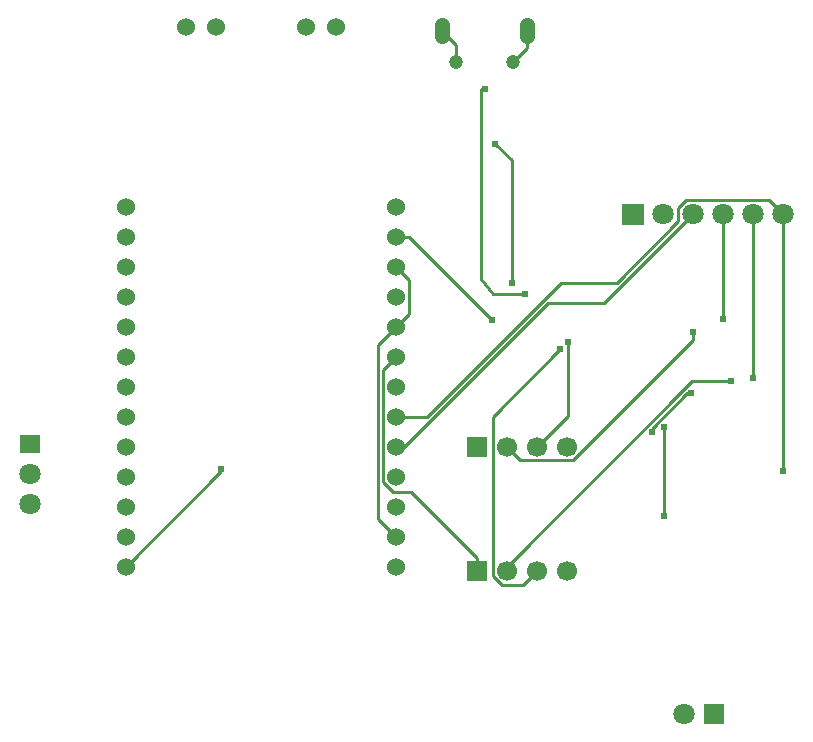
<source format=gbl>
G04 Layer: BottomLayer*
G04 EasyEDA v6.4.17, 2021-03-16T21:25:48--4:00*
G04 02908657a6854e8f96d385e85a04b694,7db2125e4611476bb2993bf99425ef50,10*
G04 Gerber Generator version 0.2*
G04 Scale: 100 percent, Rotated: No, Reflected: No *
G04 Dimensions in millimeters *
G04 leading zeros omitted , absolute positions ,4 integer and 5 decimal *
%FSLAX45Y45*%
%MOMM*%

%ADD10C,0.2540*%
%ADD11C,0.2600*%
%ADD14C,0.6100*%
%ADD24C,1.8000*%
%ADD25R,1.8000X1.8000*%
%ADD26R,1.8000X1.5748*%
%ADD27C,1.2000*%
%ADD29C,1.7000*%
%ADD30C,1.5240*%
%ADD31C,1.3000*%

%LPD*%
D11*
X3098800Y2006600D02*
G01*
X3212591Y2006600D01*
X3914902Y1304036D01*
X4292600Y228600D02*
G01*
X4553458Y489457D01*
X4553458Y1115821D01*
X3098800Y1244600D02*
G01*
X3210306Y1356105D01*
X3210306Y1641094D01*
X3098800Y1752600D01*
X3486150Y3752342D02*
G01*
X3605529Y3632962D01*
X3605529Y3482339D01*
X4090670Y3482339D02*
G01*
X4210050Y3601720D01*
X4210050Y3752342D01*
X3098800Y-533400D02*
G01*
X2945129Y-379729D01*
X2945129Y1090929D01*
X3098800Y1244600D01*
X5616193Y1200657D02*
G01*
X5616193Y1133094D01*
X4597145Y114300D01*
X4152900Y114300D01*
X4038600Y228600D01*
X6121400Y2197100D02*
G01*
X6121400Y814323D01*
X5867400Y2197100D02*
G01*
X5867400Y1305560D01*
X5613400Y2197100D02*
G01*
X4863845Y1447545D01*
X4383277Y1447545D01*
X3164331Y228600D01*
X3098800Y228600D01*
X4038600Y-825500D02*
G01*
X4038600Y-787400D01*
X5609081Y782828D01*
X5933947Y782828D01*
X4292600Y-825500D02*
G01*
X4174743Y-943355D01*
X3994658Y-943355D01*
X3918965Y-867663D01*
X3918965Y483870D01*
X4490974Y1056131D01*
X3784600Y-825500D02*
G01*
X3784600Y-711200D01*
X3098800Y990600D02*
G01*
X2987293Y879094D01*
X2987293Y-69342D01*
X3070352Y-152400D01*
X3225800Y-152400D01*
X3784600Y-711200D01*
X5264150Y350012D02*
G01*
X5264150Y378205D01*
X5565393Y679450D01*
X5593588Y679450D01*
X812800Y-787400D02*
G01*
X1620265Y20065D01*
X1620265Y39623D01*
X6375400Y2197100D02*
G01*
X6256274Y2316226D01*
X5556758Y2316226D01*
X5486400Y2246121D01*
X5486400Y2135886D01*
X4966461Y1615947D01*
X4491736Y1615947D01*
X3358388Y482600D01*
X3098800Y482600D01*
X6375400Y21336D02*
G01*
X6375400Y2197100D01*
X5366765Y396494D02*
G01*
X5366765Y-355092D01*
X3924300Y1524000D02*
G01*
X3822700Y1651000D01*
X3822700Y3256279D01*
X3849115Y3256279D01*
D10*
X4191000Y1524000D02*
G01*
X3924300Y1524000D01*
X4077487Y1612900D02*
G01*
X4077487Y2653512D01*
X3937000Y2794000D01*
D24*
G01*
X5537200Y-2032000D03*
D25*
G01*
X5791200Y-2032000D03*
D24*
G01*
X6375400Y2197100D03*
G01*
X6121400Y2197100D03*
G01*
X5867400Y2197100D03*
G01*
X5613400Y2197100D03*
G01*
X5359400Y2197100D03*
G36*
X5015400Y2287099D02*
G01*
X5195399Y2287099D01*
X5195399Y2107100D01*
X5015400Y2107100D01*
G37*
G01*
X0Y-254000D03*
G01*
X0Y0D03*
D26*
G01*
X0Y254000D03*
D27*
G01*
X4090593Y3482365D03*
G01*
X3605606Y3482365D03*
G36*
X3699598Y-740498D02*
G01*
X3869601Y-740498D01*
X3869601Y-910501D01*
X3699598Y-910501D01*
G37*
D29*
G01*
X4038600Y-825500D03*
G01*
X4292600Y-825500D03*
G01*
X4546600Y-825500D03*
G36*
X3699598Y313601D02*
G01*
X3869601Y313601D01*
X3869601Y143598D01*
X3699598Y143598D01*
G37*
G01*
X4038600Y228600D03*
G01*
X4292600Y228600D03*
G01*
X4546600Y228600D03*
D30*
G01*
X3098800Y2260600D03*
G01*
X3098800Y2006600D03*
G01*
X3098800Y1752600D03*
G01*
X3098800Y1498600D03*
G01*
X3098800Y1244600D03*
G01*
X3098800Y990600D03*
G01*
X3098800Y736600D03*
G01*
X3098800Y482600D03*
G01*
X3098800Y228600D03*
G01*
X3098800Y-25400D03*
G01*
X3098800Y-279400D03*
G01*
X3098800Y-533400D03*
G01*
X3098800Y-787400D03*
G01*
X812800Y2260600D03*
G01*
X812800Y2006600D03*
G01*
X812800Y1752600D03*
G01*
X812800Y1498600D03*
G01*
X812800Y1244600D03*
G01*
X812800Y990600D03*
G01*
X812800Y736600D03*
G01*
X812800Y482600D03*
G01*
X812800Y228600D03*
G01*
X812800Y-25400D03*
G01*
X812800Y-279400D03*
G01*
X812800Y-533400D03*
G01*
X812800Y-787400D03*
G01*
X2590800Y3784600D03*
G01*
X2336800Y3784600D03*
G01*
X1574800Y3784600D03*
G01*
X1320800Y3784600D03*
D14*
G01*
X5366765Y-355092D03*
G01*
X5366765Y396494D03*
G01*
X6375400Y21336D03*
G01*
X1620265Y39623D03*
G01*
X5264150Y350012D03*
G01*
X5593588Y679450D03*
G01*
X4490974Y1056131D03*
G01*
X5933947Y782828D03*
G01*
X5867400Y1305560D03*
G01*
X6121400Y814323D03*
G01*
X5616193Y1200657D03*
G01*
X4553458Y1115821D03*
G01*
X3849115Y3256279D03*
G01*
X4191000Y1524000D03*
G01*
X3914902Y1304036D03*
G01*
X4077487Y1612900D03*
G01*
X3937000Y2794000D03*
D31*
X3486150Y3707366D02*
G01*
X3486150Y3797366D01*
X4210050Y3707366D02*
G01*
X4210050Y3797366D01*
M02*

</source>
